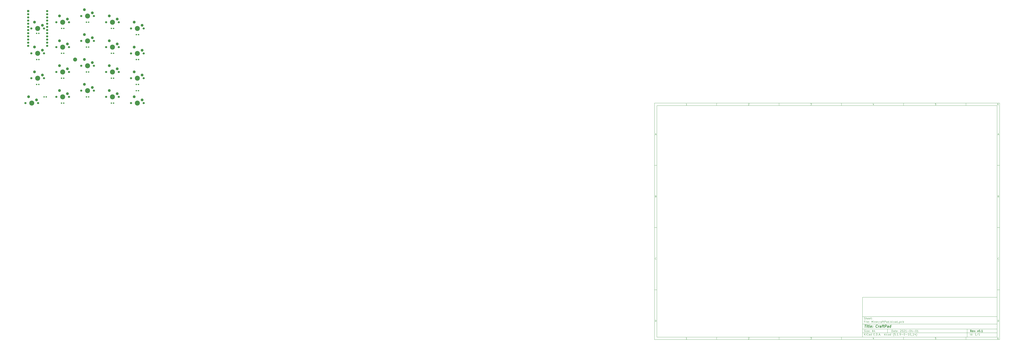
<source format=gbr>
%TF.GenerationSoftware,KiCad,Pcbnew,(5.1.9-0-10_14)*%
%TF.CreationDate,2021-04-02T00:26:10+08:00*%
%TF.ProjectId,MinecraftPad,4d696e65-6372-4616-9674-5061642e6b69,v0.1*%
%TF.SameCoordinates,Original*%
%TF.FileFunction,Soldermask,Top*%
%TF.FilePolarity,Negative*%
%FSLAX46Y46*%
G04 Gerber Fmt 4.6, Leading zero omitted, Abs format (unit mm)*
G04 Created by KiCad (PCBNEW (5.1.9-0-10_14)) date 2021-04-02 00:26:10*
%MOMM*%
%LPD*%
G01*
G04 APERTURE LIST*
%ADD10C,0.100000*%
%ADD11C,0.150000*%
%ADD12C,0.300000*%
%ADD13C,0.400000*%
%ADD14C,1.700000*%
%ADD15C,4.000000*%
%ADD16C,2.200000*%
%ADD17C,3.200000*%
%ADD18C,1.752600*%
%ADD19R,1.752600X1.752600*%
G04 APERTURE END LIST*
D10*
D11*
X177002200Y-166007200D02*
X177002200Y-198007200D01*
X285002200Y-198007200D01*
X285002200Y-166007200D01*
X177002200Y-166007200D01*
D10*
D11*
X10000000Y-10000000D02*
X10000000Y-200007200D01*
X287002200Y-200007200D01*
X287002200Y-10000000D01*
X10000000Y-10000000D01*
D10*
D11*
X12000000Y-12000000D02*
X12000000Y-198007200D01*
X285002200Y-198007200D01*
X285002200Y-12000000D01*
X12000000Y-12000000D01*
D10*
D11*
X60000000Y-12000000D02*
X60000000Y-10000000D01*
D10*
D11*
X110000000Y-12000000D02*
X110000000Y-10000000D01*
D10*
D11*
X160000000Y-12000000D02*
X160000000Y-10000000D01*
D10*
D11*
X210000000Y-12000000D02*
X210000000Y-10000000D01*
D10*
D11*
X260000000Y-12000000D02*
X260000000Y-10000000D01*
D10*
D11*
X36065476Y-11588095D02*
X35322619Y-11588095D01*
X35694047Y-11588095D02*
X35694047Y-10288095D01*
X35570238Y-10473809D01*
X35446428Y-10597619D01*
X35322619Y-10659523D01*
D10*
D11*
X85322619Y-10411904D02*
X85384523Y-10350000D01*
X85508333Y-10288095D01*
X85817857Y-10288095D01*
X85941666Y-10350000D01*
X86003571Y-10411904D01*
X86065476Y-10535714D01*
X86065476Y-10659523D01*
X86003571Y-10845238D01*
X85260714Y-11588095D01*
X86065476Y-11588095D01*
D10*
D11*
X135260714Y-10288095D02*
X136065476Y-10288095D01*
X135632142Y-10783333D01*
X135817857Y-10783333D01*
X135941666Y-10845238D01*
X136003571Y-10907142D01*
X136065476Y-11030952D01*
X136065476Y-11340476D01*
X136003571Y-11464285D01*
X135941666Y-11526190D01*
X135817857Y-11588095D01*
X135446428Y-11588095D01*
X135322619Y-11526190D01*
X135260714Y-11464285D01*
D10*
D11*
X185941666Y-10721428D02*
X185941666Y-11588095D01*
X185632142Y-10226190D02*
X185322619Y-11154761D01*
X186127380Y-11154761D01*
D10*
D11*
X236003571Y-10288095D02*
X235384523Y-10288095D01*
X235322619Y-10907142D01*
X235384523Y-10845238D01*
X235508333Y-10783333D01*
X235817857Y-10783333D01*
X235941666Y-10845238D01*
X236003571Y-10907142D01*
X236065476Y-11030952D01*
X236065476Y-11340476D01*
X236003571Y-11464285D01*
X235941666Y-11526190D01*
X235817857Y-11588095D01*
X235508333Y-11588095D01*
X235384523Y-11526190D01*
X235322619Y-11464285D01*
D10*
D11*
X285941666Y-10288095D02*
X285694047Y-10288095D01*
X285570238Y-10350000D01*
X285508333Y-10411904D01*
X285384523Y-10597619D01*
X285322619Y-10845238D01*
X285322619Y-11340476D01*
X285384523Y-11464285D01*
X285446428Y-11526190D01*
X285570238Y-11588095D01*
X285817857Y-11588095D01*
X285941666Y-11526190D01*
X286003571Y-11464285D01*
X286065476Y-11340476D01*
X286065476Y-11030952D01*
X286003571Y-10907142D01*
X285941666Y-10845238D01*
X285817857Y-10783333D01*
X285570238Y-10783333D01*
X285446428Y-10845238D01*
X285384523Y-10907142D01*
X285322619Y-11030952D01*
D10*
D11*
X60000000Y-198007200D02*
X60000000Y-200007200D01*
D10*
D11*
X110000000Y-198007200D02*
X110000000Y-200007200D01*
D10*
D11*
X160000000Y-198007200D02*
X160000000Y-200007200D01*
D10*
D11*
X210000000Y-198007200D02*
X210000000Y-200007200D01*
D10*
D11*
X260000000Y-198007200D02*
X260000000Y-200007200D01*
D10*
D11*
X36065476Y-199595295D02*
X35322619Y-199595295D01*
X35694047Y-199595295D02*
X35694047Y-198295295D01*
X35570238Y-198481009D01*
X35446428Y-198604819D01*
X35322619Y-198666723D01*
D10*
D11*
X85322619Y-198419104D02*
X85384523Y-198357200D01*
X85508333Y-198295295D01*
X85817857Y-198295295D01*
X85941666Y-198357200D01*
X86003571Y-198419104D01*
X86065476Y-198542914D01*
X86065476Y-198666723D01*
X86003571Y-198852438D01*
X85260714Y-199595295D01*
X86065476Y-199595295D01*
D10*
D11*
X135260714Y-198295295D02*
X136065476Y-198295295D01*
X135632142Y-198790533D01*
X135817857Y-198790533D01*
X135941666Y-198852438D01*
X136003571Y-198914342D01*
X136065476Y-199038152D01*
X136065476Y-199347676D01*
X136003571Y-199471485D01*
X135941666Y-199533390D01*
X135817857Y-199595295D01*
X135446428Y-199595295D01*
X135322619Y-199533390D01*
X135260714Y-199471485D01*
D10*
D11*
X185941666Y-198728628D02*
X185941666Y-199595295D01*
X185632142Y-198233390D02*
X185322619Y-199161961D01*
X186127380Y-199161961D01*
D10*
D11*
X236003571Y-198295295D02*
X235384523Y-198295295D01*
X235322619Y-198914342D01*
X235384523Y-198852438D01*
X235508333Y-198790533D01*
X235817857Y-198790533D01*
X235941666Y-198852438D01*
X236003571Y-198914342D01*
X236065476Y-199038152D01*
X236065476Y-199347676D01*
X236003571Y-199471485D01*
X235941666Y-199533390D01*
X235817857Y-199595295D01*
X235508333Y-199595295D01*
X235384523Y-199533390D01*
X235322619Y-199471485D01*
D10*
D11*
X285941666Y-198295295D02*
X285694047Y-198295295D01*
X285570238Y-198357200D01*
X285508333Y-198419104D01*
X285384523Y-198604819D01*
X285322619Y-198852438D01*
X285322619Y-199347676D01*
X285384523Y-199471485D01*
X285446428Y-199533390D01*
X285570238Y-199595295D01*
X285817857Y-199595295D01*
X285941666Y-199533390D01*
X286003571Y-199471485D01*
X286065476Y-199347676D01*
X286065476Y-199038152D01*
X286003571Y-198914342D01*
X285941666Y-198852438D01*
X285817857Y-198790533D01*
X285570238Y-198790533D01*
X285446428Y-198852438D01*
X285384523Y-198914342D01*
X285322619Y-199038152D01*
D10*
D11*
X10000000Y-60000000D02*
X12000000Y-60000000D01*
D10*
D11*
X10000000Y-110000000D02*
X12000000Y-110000000D01*
D10*
D11*
X10000000Y-160000000D02*
X12000000Y-160000000D01*
D10*
D11*
X10690476Y-35216666D02*
X11309523Y-35216666D01*
X10566666Y-35588095D02*
X11000000Y-34288095D01*
X11433333Y-35588095D01*
D10*
D11*
X11092857Y-84907142D02*
X11278571Y-84969047D01*
X11340476Y-85030952D01*
X11402380Y-85154761D01*
X11402380Y-85340476D01*
X11340476Y-85464285D01*
X11278571Y-85526190D01*
X11154761Y-85588095D01*
X10659523Y-85588095D01*
X10659523Y-84288095D01*
X11092857Y-84288095D01*
X11216666Y-84350000D01*
X11278571Y-84411904D01*
X11340476Y-84535714D01*
X11340476Y-84659523D01*
X11278571Y-84783333D01*
X11216666Y-84845238D01*
X11092857Y-84907142D01*
X10659523Y-84907142D01*
D10*
D11*
X11402380Y-135464285D02*
X11340476Y-135526190D01*
X11154761Y-135588095D01*
X11030952Y-135588095D01*
X10845238Y-135526190D01*
X10721428Y-135402380D01*
X10659523Y-135278571D01*
X10597619Y-135030952D01*
X10597619Y-134845238D01*
X10659523Y-134597619D01*
X10721428Y-134473809D01*
X10845238Y-134350000D01*
X11030952Y-134288095D01*
X11154761Y-134288095D01*
X11340476Y-134350000D01*
X11402380Y-134411904D01*
D10*
D11*
X10659523Y-185588095D02*
X10659523Y-184288095D01*
X10969047Y-184288095D01*
X11154761Y-184350000D01*
X11278571Y-184473809D01*
X11340476Y-184597619D01*
X11402380Y-184845238D01*
X11402380Y-185030952D01*
X11340476Y-185278571D01*
X11278571Y-185402380D01*
X11154761Y-185526190D01*
X10969047Y-185588095D01*
X10659523Y-185588095D01*
D10*
D11*
X287002200Y-60000000D02*
X285002200Y-60000000D01*
D10*
D11*
X287002200Y-110000000D02*
X285002200Y-110000000D01*
D10*
D11*
X287002200Y-160000000D02*
X285002200Y-160000000D01*
D10*
D11*
X285692676Y-35216666D02*
X286311723Y-35216666D01*
X285568866Y-35588095D02*
X286002200Y-34288095D01*
X286435533Y-35588095D01*
D10*
D11*
X286095057Y-84907142D02*
X286280771Y-84969047D01*
X286342676Y-85030952D01*
X286404580Y-85154761D01*
X286404580Y-85340476D01*
X286342676Y-85464285D01*
X286280771Y-85526190D01*
X286156961Y-85588095D01*
X285661723Y-85588095D01*
X285661723Y-84288095D01*
X286095057Y-84288095D01*
X286218866Y-84350000D01*
X286280771Y-84411904D01*
X286342676Y-84535714D01*
X286342676Y-84659523D01*
X286280771Y-84783333D01*
X286218866Y-84845238D01*
X286095057Y-84907142D01*
X285661723Y-84907142D01*
D10*
D11*
X286404580Y-135464285D02*
X286342676Y-135526190D01*
X286156961Y-135588095D01*
X286033152Y-135588095D01*
X285847438Y-135526190D01*
X285723628Y-135402380D01*
X285661723Y-135278571D01*
X285599819Y-135030952D01*
X285599819Y-134845238D01*
X285661723Y-134597619D01*
X285723628Y-134473809D01*
X285847438Y-134350000D01*
X286033152Y-134288095D01*
X286156961Y-134288095D01*
X286342676Y-134350000D01*
X286404580Y-134411904D01*
D10*
D11*
X285661723Y-185588095D02*
X285661723Y-184288095D01*
X285971247Y-184288095D01*
X286156961Y-184350000D01*
X286280771Y-184473809D01*
X286342676Y-184597619D01*
X286404580Y-184845238D01*
X286404580Y-185030952D01*
X286342676Y-185278571D01*
X286280771Y-185402380D01*
X286156961Y-185526190D01*
X285971247Y-185588095D01*
X285661723Y-185588095D01*
D10*
D11*
X200434342Y-193785771D02*
X200434342Y-192285771D01*
X200791485Y-192285771D01*
X201005771Y-192357200D01*
X201148628Y-192500057D01*
X201220057Y-192642914D01*
X201291485Y-192928628D01*
X201291485Y-193142914D01*
X201220057Y-193428628D01*
X201148628Y-193571485D01*
X201005771Y-193714342D01*
X200791485Y-193785771D01*
X200434342Y-193785771D01*
X202577200Y-193785771D02*
X202577200Y-193000057D01*
X202505771Y-192857200D01*
X202362914Y-192785771D01*
X202077200Y-192785771D01*
X201934342Y-192857200D01*
X202577200Y-193714342D02*
X202434342Y-193785771D01*
X202077200Y-193785771D01*
X201934342Y-193714342D01*
X201862914Y-193571485D01*
X201862914Y-193428628D01*
X201934342Y-193285771D01*
X202077200Y-193214342D01*
X202434342Y-193214342D01*
X202577200Y-193142914D01*
X203077200Y-192785771D02*
X203648628Y-192785771D01*
X203291485Y-192285771D02*
X203291485Y-193571485D01*
X203362914Y-193714342D01*
X203505771Y-193785771D01*
X203648628Y-193785771D01*
X204720057Y-193714342D02*
X204577200Y-193785771D01*
X204291485Y-193785771D01*
X204148628Y-193714342D01*
X204077200Y-193571485D01*
X204077200Y-193000057D01*
X204148628Y-192857200D01*
X204291485Y-192785771D01*
X204577200Y-192785771D01*
X204720057Y-192857200D01*
X204791485Y-193000057D01*
X204791485Y-193142914D01*
X204077200Y-193285771D01*
X205434342Y-193642914D02*
X205505771Y-193714342D01*
X205434342Y-193785771D01*
X205362914Y-193714342D01*
X205434342Y-193642914D01*
X205434342Y-193785771D01*
X205434342Y-192857200D02*
X205505771Y-192928628D01*
X205434342Y-193000057D01*
X205362914Y-192928628D01*
X205434342Y-192857200D01*
X205434342Y-193000057D01*
X207220057Y-192428628D02*
X207291485Y-192357200D01*
X207434342Y-192285771D01*
X207791485Y-192285771D01*
X207934342Y-192357200D01*
X208005771Y-192428628D01*
X208077200Y-192571485D01*
X208077200Y-192714342D01*
X208005771Y-192928628D01*
X207148628Y-193785771D01*
X208077200Y-193785771D01*
X209005771Y-192285771D02*
X209148628Y-192285771D01*
X209291485Y-192357200D01*
X209362914Y-192428628D01*
X209434342Y-192571485D01*
X209505771Y-192857200D01*
X209505771Y-193214342D01*
X209434342Y-193500057D01*
X209362914Y-193642914D01*
X209291485Y-193714342D01*
X209148628Y-193785771D01*
X209005771Y-193785771D01*
X208862914Y-193714342D01*
X208791485Y-193642914D01*
X208720057Y-193500057D01*
X208648628Y-193214342D01*
X208648628Y-192857200D01*
X208720057Y-192571485D01*
X208791485Y-192428628D01*
X208862914Y-192357200D01*
X209005771Y-192285771D01*
X210077200Y-192428628D02*
X210148628Y-192357200D01*
X210291485Y-192285771D01*
X210648628Y-192285771D01*
X210791485Y-192357200D01*
X210862914Y-192428628D01*
X210934342Y-192571485D01*
X210934342Y-192714342D01*
X210862914Y-192928628D01*
X210005771Y-193785771D01*
X210934342Y-193785771D01*
X212362914Y-193785771D02*
X211505771Y-193785771D01*
X211934342Y-193785771D02*
X211934342Y-192285771D01*
X211791485Y-192500057D01*
X211648628Y-192642914D01*
X211505771Y-192714342D01*
X213005771Y-193214342D02*
X214148628Y-193214342D01*
X215148628Y-192285771D02*
X215291485Y-192285771D01*
X215434342Y-192357200D01*
X215505771Y-192428628D01*
X215577200Y-192571485D01*
X215648628Y-192857200D01*
X215648628Y-193214342D01*
X215577200Y-193500057D01*
X215505771Y-193642914D01*
X215434342Y-193714342D01*
X215291485Y-193785771D01*
X215148628Y-193785771D01*
X215005771Y-193714342D01*
X214934342Y-193642914D01*
X214862914Y-193500057D01*
X214791485Y-193214342D01*
X214791485Y-192857200D01*
X214862914Y-192571485D01*
X214934342Y-192428628D01*
X215005771Y-192357200D01*
X215148628Y-192285771D01*
X216934342Y-192785771D02*
X216934342Y-193785771D01*
X216577200Y-192214342D02*
X216220057Y-193285771D01*
X217148628Y-193285771D01*
X217720057Y-193214342D02*
X218862914Y-193214342D01*
X219862914Y-192285771D02*
X220005771Y-192285771D01*
X220148628Y-192357200D01*
X220220057Y-192428628D01*
X220291485Y-192571485D01*
X220362914Y-192857200D01*
X220362914Y-193214342D01*
X220291485Y-193500057D01*
X220220057Y-193642914D01*
X220148628Y-193714342D01*
X220005771Y-193785771D01*
X219862914Y-193785771D01*
X219720057Y-193714342D01*
X219648628Y-193642914D01*
X219577200Y-193500057D01*
X219505771Y-193214342D01*
X219505771Y-192857200D01*
X219577200Y-192571485D01*
X219648628Y-192428628D01*
X219720057Y-192357200D01*
X219862914Y-192285771D01*
X221791485Y-193785771D02*
X220934342Y-193785771D01*
X221362914Y-193785771D02*
X221362914Y-192285771D01*
X221220057Y-192500057D01*
X221077200Y-192642914D01*
X220934342Y-192714342D01*
D10*
D11*
X177002200Y-194507200D02*
X285002200Y-194507200D01*
D10*
D11*
X178434342Y-196585771D02*
X178434342Y-195085771D01*
X179291485Y-196585771D02*
X178648628Y-195728628D01*
X179291485Y-195085771D02*
X178434342Y-195942914D01*
X179934342Y-196585771D02*
X179934342Y-195585771D01*
X179934342Y-195085771D02*
X179862914Y-195157200D01*
X179934342Y-195228628D01*
X180005771Y-195157200D01*
X179934342Y-195085771D01*
X179934342Y-195228628D01*
X181505771Y-196442914D02*
X181434342Y-196514342D01*
X181220057Y-196585771D01*
X181077200Y-196585771D01*
X180862914Y-196514342D01*
X180720057Y-196371485D01*
X180648628Y-196228628D01*
X180577200Y-195942914D01*
X180577200Y-195728628D01*
X180648628Y-195442914D01*
X180720057Y-195300057D01*
X180862914Y-195157200D01*
X181077200Y-195085771D01*
X181220057Y-195085771D01*
X181434342Y-195157200D01*
X181505771Y-195228628D01*
X182791485Y-196585771D02*
X182791485Y-195800057D01*
X182720057Y-195657200D01*
X182577200Y-195585771D01*
X182291485Y-195585771D01*
X182148628Y-195657200D01*
X182791485Y-196514342D02*
X182648628Y-196585771D01*
X182291485Y-196585771D01*
X182148628Y-196514342D01*
X182077200Y-196371485D01*
X182077200Y-196228628D01*
X182148628Y-196085771D01*
X182291485Y-196014342D01*
X182648628Y-196014342D01*
X182791485Y-195942914D01*
X184148628Y-196585771D02*
X184148628Y-195085771D01*
X184148628Y-196514342D02*
X184005771Y-196585771D01*
X183720057Y-196585771D01*
X183577200Y-196514342D01*
X183505771Y-196442914D01*
X183434342Y-196300057D01*
X183434342Y-195871485D01*
X183505771Y-195728628D01*
X183577200Y-195657200D01*
X183720057Y-195585771D01*
X184005771Y-195585771D01*
X184148628Y-195657200D01*
X186005771Y-195800057D02*
X186505771Y-195800057D01*
X186720057Y-196585771D02*
X186005771Y-196585771D01*
X186005771Y-195085771D01*
X186720057Y-195085771D01*
X187362914Y-196442914D02*
X187434342Y-196514342D01*
X187362914Y-196585771D01*
X187291485Y-196514342D01*
X187362914Y-196442914D01*
X187362914Y-196585771D01*
X188077200Y-196585771D02*
X188077200Y-195085771D01*
X188434342Y-195085771D01*
X188648628Y-195157200D01*
X188791485Y-195300057D01*
X188862914Y-195442914D01*
X188934342Y-195728628D01*
X188934342Y-195942914D01*
X188862914Y-196228628D01*
X188791485Y-196371485D01*
X188648628Y-196514342D01*
X188434342Y-196585771D01*
X188077200Y-196585771D01*
X189577200Y-196442914D02*
X189648628Y-196514342D01*
X189577200Y-196585771D01*
X189505771Y-196514342D01*
X189577200Y-196442914D01*
X189577200Y-196585771D01*
X190220057Y-196157200D02*
X190934342Y-196157200D01*
X190077200Y-196585771D02*
X190577200Y-195085771D01*
X191077200Y-196585771D01*
X191577200Y-196442914D02*
X191648628Y-196514342D01*
X191577200Y-196585771D01*
X191505771Y-196514342D01*
X191577200Y-196442914D01*
X191577200Y-196585771D01*
X194577200Y-196585771D02*
X194577200Y-195085771D01*
X194720057Y-196014342D02*
X195148628Y-196585771D01*
X195148628Y-195585771D02*
X194577200Y-196157200D01*
X195791485Y-196585771D02*
X195791485Y-195585771D01*
X195791485Y-195085771D02*
X195720057Y-195157200D01*
X195791485Y-195228628D01*
X195862914Y-195157200D01*
X195791485Y-195085771D01*
X195791485Y-195228628D01*
X197148628Y-196514342D02*
X197005771Y-196585771D01*
X196720057Y-196585771D01*
X196577200Y-196514342D01*
X196505771Y-196442914D01*
X196434342Y-196300057D01*
X196434342Y-195871485D01*
X196505771Y-195728628D01*
X196577200Y-195657200D01*
X196720057Y-195585771D01*
X197005771Y-195585771D01*
X197148628Y-195657200D01*
X198434342Y-196585771D02*
X198434342Y-195800057D01*
X198362914Y-195657200D01*
X198220057Y-195585771D01*
X197934342Y-195585771D01*
X197791485Y-195657200D01*
X198434342Y-196514342D02*
X198291485Y-196585771D01*
X197934342Y-196585771D01*
X197791485Y-196514342D01*
X197720057Y-196371485D01*
X197720057Y-196228628D01*
X197791485Y-196085771D01*
X197934342Y-196014342D01*
X198291485Y-196014342D01*
X198434342Y-195942914D01*
X199791485Y-196585771D02*
X199791485Y-195085771D01*
X199791485Y-196514342D02*
X199648628Y-196585771D01*
X199362914Y-196585771D01*
X199220057Y-196514342D01*
X199148628Y-196442914D01*
X199077200Y-196300057D01*
X199077200Y-195871485D01*
X199148628Y-195728628D01*
X199220057Y-195657200D01*
X199362914Y-195585771D01*
X199648628Y-195585771D01*
X199791485Y-195657200D01*
X202077200Y-197157200D02*
X202005771Y-197085771D01*
X201862914Y-196871485D01*
X201791485Y-196728628D01*
X201720057Y-196514342D01*
X201648628Y-196157200D01*
X201648628Y-195871485D01*
X201720057Y-195514342D01*
X201791485Y-195300057D01*
X201862914Y-195157200D01*
X202005771Y-194942914D01*
X202077200Y-194871485D01*
X203362914Y-195085771D02*
X202648628Y-195085771D01*
X202577200Y-195800057D01*
X202648628Y-195728628D01*
X202791485Y-195657200D01*
X203148628Y-195657200D01*
X203291485Y-195728628D01*
X203362914Y-195800057D01*
X203434342Y-195942914D01*
X203434342Y-196300057D01*
X203362914Y-196442914D01*
X203291485Y-196514342D01*
X203148628Y-196585771D01*
X202791485Y-196585771D01*
X202648628Y-196514342D01*
X202577200Y-196442914D01*
X204077200Y-196442914D02*
X204148628Y-196514342D01*
X204077200Y-196585771D01*
X204005771Y-196514342D01*
X204077200Y-196442914D01*
X204077200Y-196585771D01*
X205577200Y-196585771D02*
X204720057Y-196585771D01*
X205148628Y-196585771D02*
X205148628Y-195085771D01*
X205005771Y-195300057D01*
X204862914Y-195442914D01*
X204720057Y-195514342D01*
X206220057Y-196442914D02*
X206291485Y-196514342D01*
X206220057Y-196585771D01*
X206148628Y-196514342D01*
X206220057Y-196442914D01*
X206220057Y-196585771D01*
X207005771Y-196585771D02*
X207291485Y-196585771D01*
X207434342Y-196514342D01*
X207505771Y-196442914D01*
X207648628Y-196228628D01*
X207720057Y-195942914D01*
X207720057Y-195371485D01*
X207648628Y-195228628D01*
X207577200Y-195157200D01*
X207434342Y-195085771D01*
X207148628Y-195085771D01*
X207005771Y-195157200D01*
X206934342Y-195228628D01*
X206862914Y-195371485D01*
X206862914Y-195728628D01*
X206934342Y-195871485D01*
X207005771Y-195942914D01*
X207148628Y-196014342D01*
X207434342Y-196014342D01*
X207577200Y-195942914D01*
X207648628Y-195871485D01*
X207720057Y-195728628D01*
X208362914Y-196014342D02*
X209505771Y-196014342D01*
X210505771Y-195085771D02*
X210648628Y-195085771D01*
X210791485Y-195157200D01*
X210862914Y-195228628D01*
X210934342Y-195371485D01*
X211005771Y-195657200D01*
X211005771Y-196014342D01*
X210934342Y-196300057D01*
X210862914Y-196442914D01*
X210791485Y-196514342D01*
X210648628Y-196585771D01*
X210505771Y-196585771D01*
X210362914Y-196514342D01*
X210291485Y-196442914D01*
X210220057Y-196300057D01*
X210148628Y-196014342D01*
X210148628Y-195657200D01*
X210220057Y-195371485D01*
X210291485Y-195228628D01*
X210362914Y-195157200D01*
X210505771Y-195085771D01*
X211648628Y-196014342D02*
X212791485Y-196014342D01*
X214291485Y-196585771D02*
X213434342Y-196585771D01*
X213862914Y-196585771D02*
X213862914Y-195085771D01*
X213720057Y-195300057D01*
X213577200Y-195442914D01*
X213434342Y-195514342D01*
X215220057Y-195085771D02*
X215362914Y-195085771D01*
X215505771Y-195157200D01*
X215577200Y-195228628D01*
X215648628Y-195371485D01*
X215720057Y-195657200D01*
X215720057Y-196014342D01*
X215648628Y-196300057D01*
X215577200Y-196442914D01*
X215505771Y-196514342D01*
X215362914Y-196585771D01*
X215220057Y-196585771D01*
X215077200Y-196514342D01*
X215005771Y-196442914D01*
X214934342Y-196300057D01*
X214862914Y-196014342D01*
X214862914Y-195657200D01*
X214934342Y-195371485D01*
X215005771Y-195228628D01*
X215077200Y-195157200D01*
X215220057Y-195085771D01*
X216005771Y-196728628D02*
X217148628Y-196728628D01*
X218291485Y-196585771D02*
X217434342Y-196585771D01*
X217862914Y-196585771D02*
X217862914Y-195085771D01*
X217720057Y-195300057D01*
X217577200Y-195442914D01*
X217434342Y-195514342D01*
X219577200Y-195585771D02*
X219577200Y-196585771D01*
X219220057Y-195014342D02*
X218862914Y-196085771D01*
X219791485Y-196085771D01*
X220220057Y-197157200D02*
X220291485Y-197085771D01*
X220434342Y-196871485D01*
X220505771Y-196728628D01*
X220577200Y-196514342D01*
X220648628Y-196157200D01*
X220648628Y-195871485D01*
X220577200Y-195514342D01*
X220505771Y-195300057D01*
X220434342Y-195157200D01*
X220291485Y-194942914D01*
X220220057Y-194871485D01*
D10*
D11*
X177002200Y-191507200D02*
X285002200Y-191507200D01*
D10*
D12*
X264411485Y-193785771D02*
X263911485Y-193071485D01*
X263554342Y-193785771D02*
X263554342Y-192285771D01*
X264125771Y-192285771D01*
X264268628Y-192357200D01*
X264340057Y-192428628D01*
X264411485Y-192571485D01*
X264411485Y-192785771D01*
X264340057Y-192928628D01*
X264268628Y-193000057D01*
X264125771Y-193071485D01*
X263554342Y-193071485D01*
X265625771Y-193714342D02*
X265482914Y-193785771D01*
X265197200Y-193785771D01*
X265054342Y-193714342D01*
X264982914Y-193571485D01*
X264982914Y-193000057D01*
X265054342Y-192857200D01*
X265197200Y-192785771D01*
X265482914Y-192785771D01*
X265625771Y-192857200D01*
X265697200Y-193000057D01*
X265697200Y-193142914D01*
X264982914Y-193285771D01*
X266197200Y-192785771D02*
X266554342Y-193785771D01*
X266911485Y-192785771D01*
X267482914Y-193642914D02*
X267554342Y-193714342D01*
X267482914Y-193785771D01*
X267411485Y-193714342D01*
X267482914Y-193642914D01*
X267482914Y-193785771D01*
X267482914Y-192857200D02*
X267554342Y-192928628D01*
X267482914Y-193000057D01*
X267411485Y-192928628D01*
X267482914Y-192857200D01*
X267482914Y-193000057D01*
X269197200Y-192785771D02*
X269554342Y-193785771D01*
X269911485Y-192785771D01*
X270768628Y-192285771D02*
X270911485Y-192285771D01*
X271054342Y-192357200D01*
X271125771Y-192428628D01*
X271197200Y-192571485D01*
X271268628Y-192857200D01*
X271268628Y-193214342D01*
X271197200Y-193500057D01*
X271125771Y-193642914D01*
X271054342Y-193714342D01*
X270911485Y-193785771D01*
X270768628Y-193785771D01*
X270625771Y-193714342D01*
X270554342Y-193642914D01*
X270482914Y-193500057D01*
X270411485Y-193214342D01*
X270411485Y-192857200D01*
X270482914Y-192571485D01*
X270554342Y-192428628D01*
X270625771Y-192357200D01*
X270768628Y-192285771D01*
X271911485Y-193642914D02*
X271982914Y-193714342D01*
X271911485Y-193785771D01*
X271840057Y-193714342D01*
X271911485Y-193642914D01*
X271911485Y-193785771D01*
X273411485Y-193785771D02*
X272554342Y-193785771D01*
X272982914Y-193785771D02*
X272982914Y-192285771D01*
X272840057Y-192500057D01*
X272697200Y-192642914D01*
X272554342Y-192714342D01*
D10*
D11*
X178362914Y-193714342D02*
X178577200Y-193785771D01*
X178934342Y-193785771D01*
X179077200Y-193714342D01*
X179148628Y-193642914D01*
X179220057Y-193500057D01*
X179220057Y-193357200D01*
X179148628Y-193214342D01*
X179077200Y-193142914D01*
X178934342Y-193071485D01*
X178648628Y-193000057D01*
X178505771Y-192928628D01*
X178434342Y-192857200D01*
X178362914Y-192714342D01*
X178362914Y-192571485D01*
X178434342Y-192428628D01*
X178505771Y-192357200D01*
X178648628Y-192285771D01*
X179005771Y-192285771D01*
X179220057Y-192357200D01*
X179862914Y-193785771D02*
X179862914Y-192785771D01*
X179862914Y-192285771D02*
X179791485Y-192357200D01*
X179862914Y-192428628D01*
X179934342Y-192357200D01*
X179862914Y-192285771D01*
X179862914Y-192428628D01*
X180434342Y-192785771D02*
X181220057Y-192785771D01*
X180434342Y-193785771D01*
X181220057Y-193785771D01*
X182362914Y-193714342D02*
X182220057Y-193785771D01*
X181934342Y-193785771D01*
X181791485Y-193714342D01*
X181720057Y-193571485D01*
X181720057Y-193000057D01*
X181791485Y-192857200D01*
X181934342Y-192785771D01*
X182220057Y-192785771D01*
X182362914Y-192857200D01*
X182434342Y-193000057D01*
X182434342Y-193142914D01*
X181720057Y-193285771D01*
X183077200Y-193642914D02*
X183148628Y-193714342D01*
X183077200Y-193785771D01*
X183005771Y-193714342D01*
X183077200Y-193642914D01*
X183077200Y-193785771D01*
X183077200Y-192857200D02*
X183148628Y-192928628D01*
X183077200Y-193000057D01*
X183005771Y-192928628D01*
X183077200Y-192857200D01*
X183077200Y-193000057D01*
X184862914Y-193357200D02*
X185577200Y-193357200D01*
X184720057Y-193785771D02*
X185220057Y-192285771D01*
X185720057Y-193785771D01*
X186862914Y-192785771D02*
X186862914Y-193785771D01*
X186505771Y-192214342D02*
X186148628Y-193285771D01*
X187077200Y-193285771D01*
D10*
D11*
X263434342Y-196585771D02*
X263434342Y-195085771D01*
X264791485Y-196585771D02*
X264791485Y-195085771D01*
X264791485Y-196514342D02*
X264648628Y-196585771D01*
X264362914Y-196585771D01*
X264220057Y-196514342D01*
X264148628Y-196442914D01*
X264077200Y-196300057D01*
X264077200Y-195871485D01*
X264148628Y-195728628D01*
X264220057Y-195657200D01*
X264362914Y-195585771D01*
X264648628Y-195585771D01*
X264791485Y-195657200D01*
X265505771Y-196442914D02*
X265577200Y-196514342D01*
X265505771Y-196585771D01*
X265434342Y-196514342D01*
X265505771Y-196442914D01*
X265505771Y-196585771D01*
X265505771Y-195657200D02*
X265577200Y-195728628D01*
X265505771Y-195800057D01*
X265434342Y-195728628D01*
X265505771Y-195657200D01*
X265505771Y-195800057D01*
X268148628Y-196585771D02*
X267291485Y-196585771D01*
X267720057Y-196585771D02*
X267720057Y-195085771D01*
X267577200Y-195300057D01*
X267434342Y-195442914D01*
X267291485Y-195514342D01*
X269862914Y-195014342D02*
X268577200Y-196942914D01*
X271148628Y-196585771D02*
X270291485Y-196585771D01*
X270720057Y-196585771D02*
X270720057Y-195085771D01*
X270577200Y-195300057D01*
X270434342Y-195442914D01*
X270291485Y-195514342D01*
D10*
D11*
X177002200Y-187507200D02*
X285002200Y-187507200D01*
D10*
D13*
X178714580Y-188211961D02*
X179857438Y-188211961D01*
X179036009Y-190211961D02*
X179286009Y-188211961D01*
X180274104Y-190211961D02*
X180440771Y-188878628D01*
X180524104Y-188211961D02*
X180416961Y-188307200D01*
X180500295Y-188402438D01*
X180607438Y-188307200D01*
X180524104Y-188211961D01*
X180500295Y-188402438D01*
X181107438Y-188878628D02*
X181869342Y-188878628D01*
X181476485Y-188211961D02*
X181262200Y-189926247D01*
X181333628Y-190116723D01*
X181512200Y-190211961D01*
X181702676Y-190211961D01*
X182655057Y-190211961D02*
X182476485Y-190116723D01*
X182405057Y-189926247D01*
X182619342Y-188211961D01*
X184190771Y-190116723D02*
X183988390Y-190211961D01*
X183607438Y-190211961D01*
X183428866Y-190116723D01*
X183357438Y-189926247D01*
X183452676Y-189164342D01*
X183571723Y-188973866D01*
X183774104Y-188878628D01*
X184155057Y-188878628D01*
X184333628Y-188973866D01*
X184405057Y-189164342D01*
X184381247Y-189354819D01*
X183405057Y-189545295D01*
X185155057Y-190021485D02*
X185238390Y-190116723D01*
X185131247Y-190211961D01*
X185047914Y-190116723D01*
X185155057Y-190021485D01*
X185131247Y-190211961D01*
X185286009Y-188973866D02*
X185369342Y-189069104D01*
X185262200Y-189164342D01*
X185178866Y-189069104D01*
X185286009Y-188973866D01*
X185262200Y-189164342D01*
X188774104Y-190021485D02*
X188666961Y-190116723D01*
X188369342Y-190211961D01*
X188178866Y-190211961D01*
X187905057Y-190116723D01*
X187738390Y-189926247D01*
X187666961Y-189735771D01*
X187619342Y-189354819D01*
X187655057Y-189069104D01*
X187797914Y-188688152D01*
X187916961Y-188497676D01*
X188131247Y-188307200D01*
X188428866Y-188211961D01*
X188619342Y-188211961D01*
X188893152Y-188307200D01*
X188976485Y-188402438D01*
X189607438Y-190211961D02*
X189774104Y-188878628D01*
X189726485Y-189259580D02*
X189845533Y-189069104D01*
X189952676Y-188973866D01*
X190155057Y-188878628D01*
X190345533Y-188878628D01*
X191702676Y-190211961D02*
X191833628Y-189164342D01*
X191762200Y-188973866D01*
X191583628Y-188878628D01*
X191202676Y-188878628D01*
X191000295Y-188973866D01*
X191714580Y-190116723D02*
X191512200Y-190211961D01*
X191036009Y-190211961D01*
X190857438Y-190116723D01*
X190786009Y-189926247D01*
X190809819Y-189735771D01*
X190928866Y-189545295D01*
X191131247Y-189450057D01*
X191607438Y-189450057D01*
X191809819Y-189354819D01*
X192536009Y-188878628D02*
X193297914Y-188878628D01*
X192655057Y-190211961D02*
X192869342Y-188497676D01*
X192988390Y-188307200D01*
X193190771Y-188211961D01*
X193381247Y-188211961D01*
X193678866Y-188878628D02*
X194440771Y-188878628D01*
X194047914Y-188211961D02*
X193833628Y-189926247D01*
X193905057Y-190116723D01*
X194083628Y-190211961D01*
X194274104Y-190211961D01*
X194940771Y-190211961D02*
X195190771Y-188211961D01*
X195952676Y-188211961D01*
X196131247Y-188307200D01*
X196214580Y-188402438D01*
X196286009Y-188592914D01*
X196250295Y-188878628D01*
X196131247Y-189069104D01*
X196024104Y-189164342D01*
X195821723Y-189259580D01*
X195059819Y-189259580D01*
X197797914Y-190211961D02*
X197928866Y-189164342D01*
X197857438Y-188973866D01*
X197678866Y-188878628D01*
X197297914Y-188878628D01*
X197095533Y-188973866D01*
X197809819Y-190116723D02*
X197607438Y-190211961D01*
X197131247Y-190211961D01*
X196952676Y-190116723D01*
X196881247Y-189926247D01*
X196905057Y-189735771D01*
X197024104Y-189545295D01*
X197226485Y-189450057D01*
X197702676Y-189450057D01*
X197905057Y-189354819D01*
X199607438Y-190211961D02*
X199857438Y-188211961D01*
X199619342Y-190116723D02*
X199416961Y-190211961D01*
X199036009Y-190211961D01*
X198857438Y-190116723D01*
X198774104Y-190021485D01*
X198702676Y-189831009D01*
X198774104Y-189259580D01*
X198893152Y-189069104D01*
X199000295Y-188973866D01*
X199202676Y-188878628D01*
X199583628Y-188878628D01*
X199762200Y-188973866D01*
D10*
D11*
X178934342Y-185600057D02*
X178434342Y-185600057D01*
X178434342Y-186385771D02*
X178434342Y-184885771D01*
X179148628Y-184885771D01*
X179720057Y-186385771D02*
X179720057Y-185385771D01*
X179720057Y-184885771D02*
X179648628Y-184957200D01*
X179720057Y-185028628D01*
X179791485Y-184957200D01*
X179720057Y-184885771D01*
X179720057Y-185028628D01*
X180648628Y-186385771D02*
X180505771Y-186314342D01*
X180434342Y-186171485D01*
X180434342Y-184885771D01*
X181791485Y-186314342D02*
X181648628Y-186385771D01*
X181362914Y-186385771D01*
X181220057Y-186314342D01*
X181148628Y-186171485D01*
X181148628Y-185600057D01*
X181220057Y-185457200D01*
X181362914Y-185385771D01*
X181648628Y-185385771D01*
X181791485Y-185457200D01*
X181862914Y-185600057D01*
X181862914Y-185742914D01*
X181148628Y-185885771D01*
X182505771Y-186242914D02*
X182577200Y-186314342D01*
X182505771Y-186385771D01*
X182434342Y-186314342D01*
X182505771Y-186242914D01*
X182505771Y-186385771D01*
X182505771Y-185457200D02*
X182577200Y-185528628D01*
X182505771Y-185600057D01*
X182434342Y-185528628D01*
X182505771Y-185457200D01*
X182505771Y-185600057D01*
X184362914Y-186385771D02*
X184362914Y-184885771D01*
X184862914Y-185957200D01*
X185362914Y-184885771D01*
X185362914Y-186385771D01*
X186077200Y-186385771D02*
X186077200Y-185385771D01*
X186077200Y-184885771D02*
X186005771Y-184957200D01*
X186077200Y-185028628D01*
X186148628Y-184957200D01*
X186077200Y-184885771D01*
X186077200Y-185028628D01*
X186791485Y-185385771D02*
X186791485Y-186385771D01*
X186791485Y-185528628D02*
X186862914Y-185457200D01*
X187005771Y-185385771D01*
X187220057Y-185385771D01*
X187362914Y-185457200D01*
X187434342Y-185600057D01*
X187434342Y-186385771D01*
X188720057Y-186314342D02*
X188577200Y-186385771D01*
X188291485Y-186385771D01*
X188148628Y-186314342D01*
X188077200Y-186171485D01*
X188077200Y-185600057D01*
X188148628Y-185457200D01*
X188291485Y-185385771D01*
X188577200Y-185385771D01*
X188720057Y-185457200D01*
X188791485Y-185600057D01*
X188791485Y-185742914D01*
X188077200Y-185885771D01*
X190077200Y-186314342D02*
X189934342Y-186385771D01*
X189648628Y-186385771D01*
X189505771Y-186314342D01*
X189434342Y-186242914D01*
X189362914Y-186100057D01*
X189362914Y-185671485D01*
X189434342Y-185528628D01*
X189505771Y-185457200D01*
X189648628Y-185385771D01*
X189934342Y-185385771D01*
X190077200Y-185457200D01*
X190720057Y-186385771D02*
X190720057Y-185385771D01*
X190720057Y-185671485D02*
X190791485Y-185528628D01*
X190862914Y-185457200D01*
X191005771Y-185385771D01*
X191148628Y-185385771D01*
X192291485Y-186385771D02*
X192291485Y-185600057D01*
X192220057Y-185457200D01*
X192077200Y-185385771D01*
X191791485Y-185385771D01*
X191648628Y-185457200D01*
X192291485Y-186314342D02*
X192148628Y-186385771D01*
X191791485Y-186385771D01*
X191648628Y-186314342D01*
X191577200Y-186171485D01*
X191577200Y-186028628D01*
X191648628Y-185885771D01*
X191791485Y-185814342D01*
X192148628Y-185814342D01*
X192291485Y-185742914D01*
X192791485Y-185385771D02*
X193362914Y-185385771D01*
X193005771Y-186385771D02*
X193005771Y-185100057D01*
X193077200Y-184957200D01*
X193220057Y-184885771D01*
X193362914Y-184885771D01*
X193648628Y-185385771D02*
X194220057Y-185385771D01*
X193862914Y-184885771D02*
X193862914Y-186171485D01*
X193934342Y-186314342D01*
X194077200Y-186385771D01*
X194220057Y-186385771D01*
X194720057Y-186385771D02*
X194720057Y-184885771D01*
X195291485Y-184885771D01*
X195434342Y-184957200D01*
X195505771Y-185028628D01*
X195577200Y-185171485D01*
X195577200Y-185385771D01*
X195505771Y-185528628D01*
X195434342Y-185600057D01*
X195291485Y-185671485D01*
X194720057Y-185671485D01*
X196862914Y-186385771D02*
X196862914Y-185600057D01*
X196791485Y-185457200D01*
X196648628Y-185385771D01*
X196362914Y-185385771D01*
X196220057Y-185457200D01*
X196862914Y-186314342D02*
X196720057Y-186385771D01*
X196362914Y-186385771D01*
X196220057Y-186314342D01*
X196148628Y-186171485D01*
X196148628Y-186028628D01*
X196220057Y-185885771D01*
X196362914Y-185814342D01*
X196720057Y-185814342D01*
X196862914Y-185742914D01*
X198220057Y-186385771D02*
X198220057Y-184885771D01*
X198220057Y-186314342D02*
X198077200Y-186385771D01*
X197791485Y-186385771D01*
X197648628Y-186314342D01*
X197577200Y-186242914D01*
X197505771Y-186100057D01*
X197505771Y-185671485D01*
X197577200Y-185528628D01*
X197648628Y-185457200D01*
X197791485Y-185385771D01*
X198077200Y-185385771D01*
X198220057Y-185457200D01*
X198934342Y-186242914D02*
X199005771Y-186314342D01*
X198934342Y-186385771D01*
X198862914Y-186314342D01*
X198934342Y-186242914D01*
X198934342Y-186385771D01*
X199648628Y-186385771D02*
X199648628Y-184885771D01*
X199791485Y-185814342D02*
X200220057Y-186385771D01*
X200220057Y-185385771D02*
X199648628Y-185957200D01*
X200862914Y-186385771D02*
X200862914Y-185385771D01*
X200862914Y-184885771D02*
X200791485Y-184957200D01*
X200862914Y-185028628D01*
X200934342Y-184957200D01*
X200862914Y-184885771D01*
X200862914Y-185028628D01*
X202220057Y-186314342D02*
X202077200Y-186385771D01*
X201791485Y-186385771D01*
X201648628Y-186314342D01*
X201577200Y-186242914D01*
X201505771Y-186100057D01*
X201505771Y-185671485D01*
X201577200Y-185528628D01*
X201648628Y-185457200D01*
X201791485Y-185385771D01*
X202077200Y-185385771D01*
X202220057Y-185457200D01*
X203505771Y-186385771D02*
X203505771Y-185600057D01*
X203434342Y-185457200D01*
X203291485Y-185385771D01*
X203005771Y-185385771D01*
X202862914Y-185457200D01*
X203505771Y-186314342D02*
X203362914Y-186385771D01*
X203005771Y-186385771D01*
X202862914Y-186314342D01*
X202791485Y-186171485D01*
X202791485Y-186028628D01*
X202862914Y-185885771D01*
X203005771Y-185814342D01*
X203362914Y-185814342D01*
X203505771Y-185742914D01*
X204862914Y-186385771D02*
X204862914Y-184885771D01*
X204862914Y-186314342D02*
X204720057Y-186385771D01*
X204434342Y-186385771D01*
X204291485Y-186314342D01*
X204220057Y-186242914D01*
X204148628Y-186100057D01*
X204148628Y-185671485D01*
X204220057Y-185528628D01*
X204291485Y-185457200D01*
X204434342Y-185385771D01*
X204720057Y-185385771D01*
X204862914Y-185457200D01*
X205220057Y-186528628D02*
X206362914Y-186528628D01*
X206720057Y-185385771D02*
X206720057Y-186885771D01*
X206720057Y-185457200D02*
X206862914Y-185385771D01*
X207148628Y-185385771D01*
X207291485Y-185457200D01*
X207362914Y-185528628D01*
X207434342Y-185671485D01*
X207434342Y-186100057D01*
X207362914Y-186242914D01*
X207291485Y-186314342D01*
X207148628Y-186385771D01*
X206862914Y-186385771D01*
X206720057Y-186314342D01*
X208720057Y-186314342D02*
X208577200Y-186385771D01*
X208291485Y-186385771D01*
X208148628Y-186314342D01*
X208077200Y-186242914D01*
X208005771Y-186100057D01*
X208005771Y-185671485D01*
X208077200Y-185528628D01*
X208148628Y-185457200D01*
X208291485Y-185385771D01*
X208577200Y-185385771D01*
X208720057Y-185457200D01*
X209362914Y-186385771D02*
X209362914Y-184885771D01*
X209362914Y-185457200D02*
X209505771Y-185385771D01*
X209791485Y-185385771D01*
X209934342Y-185457200D01*
X210005771Y-185528628D01*
X210077200Y-185671485D01*
X210077200Y-186100057D01*
X210005771Y-186242914D01*
X209934342Y-186314342D01*
X209791485Y-186385771D01*
X209505771Y-186385771D01*
X209362914Y-186314342D01*
D10*
D11*
X177002200Y-181507200D02*
X285002200Y-181507200D01*
D10*
D11*
X178362914Y-183614342D02*
X178577200Y-183685771D01*
X178934342Y-183685771D01*
X179077200Y-183614342D01*
X179148628Y-183542914D01*
X179220057Y-183400057D01*
X179220057Y-183257200D01*
X179148628Y-183114342D01*
X179077200Y-183042914D01*
X178934342Y-182971485D01*
X178648628Y-182900057D01*
X178505771Y-182828628D01*
X178434342Y-182757200D01*
X178362914Y-182614342D01*
X178362914Y-182471485D01*
X178434342Y-182328628D01*
X178505771Y-182257200D01*
X178648628Y-182185771D01*
X179005771Y-182185771D01*
X179220057Y-182257200D01*
X179862914Y-183685771D02*
X179862914Y-182185771D01*
X180505771Y-183685771D02*
X180505771Y-182900057D01*
X180434342Y-182757200D01*
X180291485Y-182685771D01*
X180077200Y-182685771D01*
X179934342Y-182757200D01*
X179862914Y-182828628D01*
X181791485Y-183614342D02*
X181648628Y-183685771D01*
X181362914Y-183685771D01*
X181220057Y-183614342D01*
X181148628Y-183471485D01*
X181148628Y-182900057D01*
X181220057Y-182757200D01*
X181362914Y-182685771D01*
X181648628Y-182685771D01*
X181791485Y-182757200D01*
X181862914Y-182900057D01*
X181862914Y-183042914D01*
X181148628Y-183185771D01*
X183077200Y-183614342D02*
X182934342Y-183685771D01*
X182648628Y-183685771D01*
X182505771Y-183614342D01*
X182434342Y-183471485D01*
X182434342Y-182900057D01*
X182505771Y-182757200D01*
X182648628Y-182685771D01*
X182934342Y-182685771D01*
X183077200Y-182757200D01*
X183148628Y-182900057D01*
X183148628Y-183042914D01*
X182434342Y-183185771D01*
X183577200Y-182685771D02*
X184148628Y-182685771D01*
X183791485Y-182185771D02*
X183791485Y-183471485D01*
X183862914Y-183614342D01*
X184005771Y-183685771D01*
X184148628Y-183685771D01*
X184648628Y-183542914D02*
X184720057Y-183614342D01*
X184648628Y-183685771D01*
X184577200Y-183614342D01*
X184648628Y-183542914D01*
X184648628Y-183685771D01*
X184648628Y-182757200D02*
X184720057Y-182828628D01*
X184648628Y-182900057D01*
X184577200Y-182828628D01*
X184648628Y-182757200D01*
X184648628Y-182900057D01*
D10*
D11*
X197002200Y-191507200D02*
X197002200Y-194507200D01*
D10*
D11*
X261002200Y-191507200D02*
X261002200Y-198007200D01*
%TO.C,D20*%
G36*
G01*
X-478650000Y-5237500D02*
X-478650000Y-4762500D01*
G75*
G02*
X-478412500Y-4525000I237500J0D01*
G01*
X-477837500Y-4525000D01*
G75*
G02*
X-477600000Y-4762500I0J-237500D01*
G01*
X-477600000Y-5237500D01*
G75*
G02*
X-477837500Y-5475000I-237500J0D01*
G01*
X-478412500Y-5475000D01*
G75*
G02*
X-478650000Y-5237500I0J237500D01*
G01*
G37*
G36*
G01*
X-480400000Y-5237500D02*
X-480400000Y-4762500D01*
G75*
G02*
X-480162500Y-4525000I237500J0D01*
G01*
X-479587500Y-4525000D01*
G75*
G02*
X-479350000Y-4762500I0J-237500D01*
G01*
X-479350000Y-5237500D01*
G75*
G02*
X-479587500Y-5475000I-237500J0D01*
G01*
X-480162500Y-5475000D01*
G75*
G02*
X-480400000Y-5237500I0J237500D01*
G01*
G37*
%TD*%
%TO.C,D19*%
G36*
G01*
X-464650000Y-10237500D02*
X-464650000Y-9762500D01*
G75*
G02*
X-464412500Y-9525000I237500J0D01*
G01*
X-463837500Y-9525000D01*
G75*
G02*
X-463600000Y-9762500I0J-237500D01*
G01*
X-463600000Y-10237500D01*
G75*
G02*
X-463837500Y-10475000I-237500J0D01*
G01*
X-464412500Y-10475000D01*
G75*
G02*
X-464650000Y-10237500I0J237500D01*
G01*
G37*
G36*
G01*
X-466400000Y-10237500D02*
X-466400000Y-9762500D01*
G75*
G02*
X-466162500Y-9525000I237500J0D01*
G01*
X-465587500Y-9525000D01*
G75*
G02*
X-465350000Y-9762500I0J-237500D01*
G01*
X-465350000Y-10237500D01*
G75*
G02*
X-465587500Y-10475000I-237500J0D01*
G01*
X-466162500Y-10475000D01*
G75*
G02*
X-466400000Y-10237500I0J237500D01*
G01*
G37*
%TD*%
%TO.C,D18*%
G36*
G01*
X-444650000Y-5237500D02*
X-444650000Y-4762500D01*
G75*
G02*
X-444412500Y-4525000I237500J0D01*
G01*
X-443837500Y-4525000D01*
G75*
G02*
X-443600000Y-4762500I0J-237500D01*
G01*
X-443600000Y-5237500D01*
G75*
G02*
X-443837500Y-5475000I-237500J0D01*
G01*
X-444412500Y-5475000D01*
G75*
G02*
X-444650000Y-5237500I0J237500D01*
G01*
G37*
G36*
G01*
X-446400000Y-5237500D02*
X-446400000Y-4762500D01*
G75*
G02*
X-446162500Y-4525000I237500J0D01*
G01*
X-445587500Y-4525000D01*
G75*
G02*
X-445350000Y-4762500I0J-237500D01*
G01*
X-445350000Y-5237500D01*
G75*
G02*
X-445587500Y-5475000I-237500J0D01*
G01*
X-446162500Y-5475000D01*
G75*
G02*
X-446400000Y-5237500I0J237500D01*
G01*
G37*
%TD*%
%TO.C,D17*%
G36*
G01*
X-424650000Y-10237500D02*
X-424650000Y-9762500D01*
G75*
G02*
X-424412500Y-9525000I237500J0D01*
G01*
X-423837500Y-9525000D01*
G75*
G02*
X-423600000Y-9762500I0J-237500D01*
G01*
X-423600000Y-10237500D01*
G75*
G02*
X-423837500Y-10475000I-237500J0D01*
G01*
X-424412500Y-10475000D01*
G75*
G02*
X-424650000Y-10237500I0J237500D01*
G01*
G37*
G36*
G01*
X-426400000Y-10237500D02*
X-426400000Y-9762500D01*
G75*
G02*
X-426162500Y-9525000I237500J0D01*
G01*
X-425587500Y-9525000D01*
G75*
G02*
X-425350000Y-9762500I0J-237500D01*
G01*
X-425350000Y-10237500D01*
G75*
G02*
X-425587500Y-10475000I-237500J0D01*
G01*
X-426162500Y-10475000D01*
G75*
G02*
X-426400000Y-10237500I0J237500D01*
G01*
G37*
%TD*%
%TO.C,D16*%
G36*
G01*
X-404650000Y-237500D02*
X-404650000Y237500D01*
G75*
G02*
X-404412500Y475000I237500J0D01*
G01*
X-403837500Y475000D01*
G75*
G02*
X-403600000Y237500I0J-237500D01*
G01*
X-403600000Y-237500D01*
G75*
G02*
X-403837500Y-475000I-237500J0D01*
G01*
X-404412500Y-475000D01*
G75*
G02*
X-404650000Y-237500I0J237500D01*
G01*
G37*
G36*
G01*
X-406400000Y-237500D02*
X-406400000Y237500D01*
G75*
G02*
X-406162500Y475000I237500J0D01*
G01*
X-405587500Y475000D01*
G75*
G02*
X-405350000Y237500I0J-237500D01*
G01*
X-405350000Y-237500D01*
G75*
G02*
X-405587500Y-475000I-237500J0D01*
G01*
X-406162500Y-475000D01*
G75*
G02*
X-406400000Y-237500I0J237500D01*
G01*
G37*
%TD*%
%TO.C,D15*%
G36*
G01*
X-484650000Y4762500D02*
X-484650000Y5237500D01*
G75*
G02*
X-484412500Y5475000I237500J0D01*
G01*
X-483837500Y5475000D01*
G75*
G02*
X-483600000Y5237500I0J-237500D01*
G01*
X-483600000Y4762500D01*
G75*
G02*
X-483837500Y4525000I-237500J0D01*
G01*
X-484412500Y4525000D01*
G75*
G02*
X-484650000Y4762500I0J237500D01*
G01*
G37*
G36*
G01*
X-486400000Y4762500D02*
X-486400000Y5237500D01*
G75*
G02*
X-486162500Y5475000I237500J0D01*
G01*
X-485587500Y5475000D01*
G75*
G02*
X-485350000Y5237500I0J-237500D01*
G01*
X-485350000Y4762500D01*
G75*
G02*
X-485587500Y4525000I-237500J0D01*
G01*
X-486162500Y4525000D01*
G75*
G02*
X-486400000Y4762500I0J237500D01*
G01*
G37*
%TD*%
%TO.C,D14*%
G36*
G01*
X-464650000Y9762500D02*
X-464650000Y10237500D01*
G75*
G02*
X-464412500Y10475000I237500J0D01*
G01*
X-463837500Y10475000D01*
G75*
G02*
X-463600000Y10237500I0J-237500D01*
G01*
X-463600000Y9762500D01*
G75*
G02*
X-463837500Y9525000I-237500J0D01*
G01*
X-464412500Y9525000D01*
G75*
G02*
X-464650000Y9762500I0J237500D01*
G01*
G37*
G36*
G01*
X-466400000Y9762500D02*
X-466400000Y10237500D01*
G75*
G02*
X-466162500Y10475000I237500J0D01*
G01*
X-465587500Y10475000D01*
G75*
G02*
X-465350000Y10237500I0J-237500D01*
G01*
X-465350000Y9762500D01*
G75*
G02*
X-465587500Y9525000I-237500J0D01*
G01*
X-466162500Y9525000D01*
G75*
G02*
X-466400000Y9762500I0J237500D01*
G01*
G37*
%TD*%
%TO.C,D13*%
G36*
G01*
X-444650000Y14762500D02*
X-444650000Y15237500D01*
G75*
G02*
X-444412500Y15475000I237500J0D01*
G01*
X-443837500Y15475000D01*
G75*
G02*
X-443600000Y15237500I0J-237500D01*
G01*
X-443600000Y14762500D01*
G75*
G02*
X-443837500Y14525000I-237500J0D01*
G01*
X-444412500Y14525000D01*
G75*
G02*
X-444650000Y14762500I0J237500D01*
G01*
G37*
G36*
G01*
X-446400000Y14762500D02*
X-446400000Y15237500D01*
G75*
G02*
X-446162500Y15475000I237500J0D01*
G01*
X-445587500Y15475000D01*
G75*
G02*
X-445350000Y15237500I0J-237500D01*
G01*
X-445350000Y14762500D01*
G75*
G02*
X-445587500Y14525000I-237500J0D01*
G01*
X-446162500Y14525000D01*
G75*
G02*
X-446400000Y14762500I0J237500D01*
G01*
G37*
%TD*%
%TO.C,D12*%
G36*
G01*
X-424650000Y9762500D02*
X-424650000Y10237500D01*
G75*
G02*
X-424412500Y10475000I237500J0D01*
G01*
X-423837500Y10475000D01*
G75*
G02*
X-423600000Y10237500I0J-237500D01*
G01*
X-423600000Y9762500D01*
G75*
G02*
X-423837500Y9525000I-237500J0D01*
G01*
X-424412500Y9525000D01*
G75*
G02*
X-424650000Y9762500I0J237500D01*
G01*
G37*
G36*
G01*
X-426400000Y9762500D02*
X-426400000Y10237500D01*
G75*
G02*
X-426162500Y10475000I237500J0D01*
G01*
X-425587500Y10475000D01*
G75*
G02*
X-425350000Y10237500I0J-237500D01*
G01*
X-425350000Y9762500D01*
G75*
G02*
X-425587500Y9525000I-237500J0D01*
G01*
X-426162500Y9525000D01*
G75*
G02*
X-426400000Y9762500I0J237500D01*
G01*
G37*
%TD*%
%TO.C,D11*%
G36*
G01*
X-404650000Y4762500D02*
X-404650000Y5237500D01*
G75*
G02*
X-404412500Y5475000I237500J0D01*
G01*
X-403837500Y5475000D01*
G75*
G02*
X-403600000Y5237500I0J-237500D01*
G01*
X-403600000Y4762500D01*
G75*
G02*
X-403837500Y4525000I-237500J0D01*
G01*
X-404412500Y4525000D01*
G75*
G02*
X-404650000Y4762500I0J237500D01*
G01*
G37*
G36*
G01*
X-406400000Y4762500D02*
X-406400000Y5237500D01*
G75*
G02*
X-406162500Y5475000I237500J0D01*
G01*
X-405587500Y5475000D01*
G75*
G02*
X-405350000Y5237500I0J-237500D01*
G01*
X-405350000Y4762500D01*
G75*
G02*
X-405587500Y4525000I-237500J0D01*
G01*
X-406162500Y4525000D01*
G75*
G02*
X-406400000Y4762500I0J237500D01*
G01*
G37*
%TD*%
%TO.C,D10*%
G36*
G01*
X-484587500Y24762500D02*
X-484587500Y25237500D01*
G75*
G02*
X-484350000Y25475000I237500J0D01*
G01*
X-483775000Y25475000D01*
G75*
G02*
X-483537500Y25237500I0J-237500D01*
G01*
X-483537500Y24762500D01*
G75*
G02*
X-483775000Y24525000I-237500J0D01*
G01*
X-484350000Y24525000D01*
G75*
G02*
X-484587500Y24762500I0J237500D01*
G01*
G37*
G36*
G01*
X-486337500Y24762500D02*
X-486337500Y25237500D01*
G75*
G02*
X-486100000Y25475000I237500J0D01*
G01*
X-485525000Y25475000D01*
G75*
G02*
X-485287500Y25237500I0J-237500D01*
G01*
X-485287500Y24762500D01*
G75*
G02*
X-485525000Y24525000I-237500J0D01*
G01*
X-486100000Y24525000D01*
G75*
G02*
X-486337500Y24762500I0J237500D01*
G01*
G37*
%TD*%
%TO.C,D9*%
G36*
G01*
X-464650000Y29762500D02*
X-464650000Y30237500D01*
G75*
G02*
X-464412500Y30475000I237500J0D01*
G01*
X-463837500Y30475000D01*
G75*
G02*
X-463600000Y30237500I0J-237500D01*
G01*
X-463600000Y29762500D01*
G75*
G02*
X-463837500Y29525000I-237500J0D01*
G01*
X-464412500Y29525000D01*
G75*
G02*
X-464650000Y29762500I0J237500D01*
G01*
G37*
G36*
G01*
X-466400000Y29762500D02*
X-466400000Y30237500D01*
G75*
G02*
X-466162500Y30475000I237500J0D01*
G01*
X-465587500Y30475000D01*
G75*
G02*
X-465350000Y30237500I0J-237500D01*
G01*
X-465350000Y29762500D01*
G75*
G02*
X-465587500Y29525000I-237500J0D01*
G01*
X-466162500Y29525000D01*
G75*
G02*
X-466400000Y29762500I0J237500D01*
G01*
G37*
%TD*%
%TO.C,D8*%
G36*
G01*
X-444650000Y34762500D02*
X-444650000Y35237500D01*
G75*
G02*
X-444412500Y35475000I237500J0D01*
G01*
X-443837500Y35475000D01*
G75*
G02*
X-443600000Y35237500I0J-237500D01*
G01*
X-443600000Y34762500D01*
G75*
G02*
X-443837500Y34525000I-237500J0D01*
G01*
X-444412500Y34525000D01*
G75*
G02*
X-444650000Y34762500I0J237500D01*
G01*
G37*
G36*
G01*
X-446400000Y34762500D02*
X-446400000Y35237500D01*
G75*
G02*
X-446162500Y35475000I237500J0D01*
G01*
X-445587500Y35475000D01*
G75*
G02*
X-445350000Y35237500I0J-237500D01*
G01*
X-445350000Y34762500D01*
G75*
G02*
X-445587500Y34525000I-237500J0D01*
G01*
X-446162500Y34525000D01*
G75*
G02*
X-446400000Y34762500I0J237500D01*
G01*
G37*
%TD*%
%TO.C,D7*%
G36*
G01*
X-424650000Y29762500D02*
X-424650000Y30237500D01*
G75*
G02*
X-424412500Y30475000I237500J0D01*
G01*
X-423837500Y30475000D01*
G75*
G02*
X-423600000Y30237500I0J-237500D01*
G01*
X-423600000Y29762500D01*
G75*
G02*
X-423837500Y29525000I-237500J0D01*
G01*
X-424412500Y29525000D01*
G75*
G02*
X-424650000Y29762500I0J237500D01*
G01*
G37*
G36*
G01*
X-426400000Y29762500D02*
X-426400000Y30237500D01*
G75*
G02*
X-426162500Y30475000I237500J0D01*
G01*
X-425587500Y30475000D01*
G75*
G02*
X-425350000Y30237500I0J-237500D01*
G01*
X-425350000Y29762500D01*
G75*
G02*
X-425587500Y29525000I-237500J0D01*
G01*
X-426162500Y29525000D01*
G75*
G02*
X-426400000Y29762500I0J237500D01*
G01*
G37*
%TD*%
%TO.C,D6*%
G36*
G01*
X-404587500Y24762500D02*
X-404587500Y25237500D01*
G75*
G02*
X-404350000Y25475000I237500J0D01*
G01*
X-403775000Y25475000D01*
G75*
G02*
X-403537500Y25237500I0J-237500D01*
G01*
X-403537500Y24762500D01*
G75*
G02*
X-403775000Y24525000I-237500J0D01*
G01*
X-404350000Y24525000D01*
G75*
G02*
X-404587500Y24762500I0J237500D01*
G01*
G37*
G36*
G01*
X-406337500Y24762500D02*
X-406337500Y25237500D01*
G75*
G02*
X-406100000Y25475000I237500J0D01*
G01*
X-405525000Y25475000D01*
G75*
G02*
X-405287500Y25237500I0J-237500D01*
G01*
X-405287500Y24762500D01*
G75*
G02*
X-405525000Y24525000I-237500J0D01*
G01*
X-406100000Y24525000D01*
G75*
G02*
X-406337500Y24762500I0J237500D01*
G01*
G37*
%TD*%
%TO.C,D5*%
G36*
G01*
X-484650000Y45762500D02*
X-484650000Y46237500D01*
G75*
G02*
X-484412500Y46475000I237500J0D01*
G01*
X-483837500Y46475000D01*
G75*
G02*
X-483600000Y46237500I0J-237500D01*
G01*
X-483600000Y45762500D01*
G75*
G02*
X-483837500Y45525000I-237500J0D01*
G01*
X-484412500Y45525000D01*
G75*
G02*
X-484650000Y45762500I0J237500D01*
G01*
G37*
G36*
G01*
X-486400000Y45762500D02*
X-486400000Y46237500D01*
G75*
G02*
X-486162500Y46475000I237500J0D01*
G01*
X-485587500Y46475000D01*
G75*
G02*
X-485350000Y46237500I0J-237500D01*
G01*
X-485350000Y45762500D01*
G75*
G02*
X-485587500Y45525000I-237500J0D01*
G01*
X-486162500Y45525000D01*
G75*
G02*
X-486400000Y45762500I0J237500D01*
G01*
G37*
%TD*%
%TO.C,D4*%
G36*
G01*
X-464587500Y49762500D02*
X-464587500Y50237500D01*
G75*
G02*
X-464350000Y50475000I237500J0D01*
G01*
X-463775000Y50475000D01*
G75*
G02*
X-463537500Y50237500I0J-237500D01*
G01*
X-463537500Y49762500D01*
G75*
G02*
X-463775000Y49525000I-237500J0D01*
G01*
X-464350000Y49525000D01*
G75*
G02*
X-464587500Y49762500I0J237500D01*
G01*
G37*
G36*
G01*
X-466337500Y49762500D02*
X-466337500Y50237500D01*
G75*
G02*
X-466100000Y50475000I237500J0D01*
G01*
X-465525000Y50475000D01*
G75*
G02*
X-465287500Y50237500I0J-237500D01*
G01*
X-465287500Y49762500D01*
G75*
G02*
X-465525000Y49525000I-237500J0D01*
G01*
X-466100000Y49525000D01*
G75*
G02*
X-466337500Y49762500I0J237500D01*
G01*
G37*
%TD*%
%TO.C,D3*%
G36*
G01*
X-444650000Y54762500D02*
X-444650000Y55237500D01*
G75*
G02*
X-444412500Y55475000I237500J0D01*
G01*
X-443837500Y55475000D01*
G75*
G02*
X-443600000Y55237500I0J-237500D01*
G01*
X-443600000Y54762500D01*
G75*
G02*
X-443837500Y54525000I-237500J0D01*
G01*
X-444412500Y54525000D01*
G75*
G02*
X-444650000Y54762500I0J237500D01*
G01*
G37*
G36*
G01*
X-446400000Y54762500D02*
X-446400000Y55237500D01*
G75*
G02*
X-446162500Y55475000I237500J0D01*
G01*
X-445587500Y55475000D01*
G75*
G02*
X-445350000Y55237500I0J-237500D01*
G01*
X-445350000Y54762500D01*
G75*
G02*
X-445587500Y54525000I-237500J0D01*
G01*
X-446162500Y54525000D01*
G75*
G02*
X-446400000Y54762500I0J237500D01*
G01*
G37*
%TD*%
%TO.C,D2*%
G36*
G01*
X-424650000Y49762500D02*
X-424650000Y50237500D01*
G75*
G02*
X-424412500Y50475000I237500J0D01*
G01*
X-423837500Y50475000D01*
G75*
G02*
X-423600000Y50237500I0J-237500D01*
G01*
X-423600000Y49762500D01*
G75*
G02*
X-423837500Y49525000I-237500J0D01*
G01*
X-424412500Y49525000D01*
G75*
G02*
X-424650000Y49762500I0J237500D01*
G01*
G37*
G36*
G01*
X-426400000Y49762500D02*
X-426400000Y50237500D01*
G75*
G02*
X-426162500Y50475000I237500J0D01*
G01*
X-425587500Y50475000D01*
G75*
G02*
X-425350000Y50237500I0J-237500D01*
G01*
X-425350000Y49762500D01*
G75*
G02*
X-425587500Y49525000I-237500J0D01*
G01*
X-426162500Y49525000D01*
G75*
G02*
X-426400000Y49762500I0J237500D01*
G01*
G37*
%TD*%
%TO.C,D1*%
G36*
G01*
X-404587500Y44762500D02*
X-404587500Y45237500D01*
G75*
G02*
X-404350000Y45475000I237500J0D01*
G01*
X-403775000Y45475000D01*
G75*
G02*
X-403537500Y45237500I0J-237500D01*
G01*
X-403537500Y44762500D01*
G75*
G02*
X-403775000Y44525000I-237500J0D01*
G01*
X-404350000Y44525000D01*
G75*
G02*
X-404587500Y44762500I0J237500D01*
G01*
G37*
G36*
G01*
X-406337500Y44762500D02*
X-406337500Y45237500D01*
G75*
G02*
X-406100000Y45475000I237500J0D01*
G01*
X-405525000Y45475000D01*
G75*
G02*
X-405287500Y45237500I0J-237500D01*
G01*
X-405287500Y44762500D01*
G75*
G02*
X-405525000Y44525000I-237500J0D01*
G01*
X-406100000Y44525000D01*
G75*
G02*
X-406337500Y44762500I0J237500D01*
G01*
G37*
%TD*%
D14*
%TO.C,SW2*%
X-430080000Y55000000D03*
X-419920000Y55000000D03*
D15*
X-425000000Y55000000D03*
D16*
X-421190000Y57540000D03*
X-427540000Y60080000D03*
%TD*%
D14*
%TO.C,SW1*%
X-410080000Y50000000D03*
X-399920000Y50000000D03*
D15*
X-405000000Y50000000D03*
D16*
X-401190000Y52540000D03*
X-407540000Y55080000D03*
%TD*%
D14*
%TO.C,SW20*%
X-494840000Y-10000000D03*
X-484680000Y-10000000D03*
D15*
X-489760000Y-10000000D03*
D16*
X-485950000Y-7460000D03*
X-492300000Y-4920000D03*
%TD*%
D17*
%TO.C,H1*%
X-455000000Y25000000D03*
%TD*%
D14*
%TO.C,SW19*%
X-470080000Y-5000000D03*
X-459920000Y-5000000D03*
D15*
X-465000000Y-5000000D03*
D16*
X-461190000Y-2460000D03*
X-467540000Y80000D03*
%TD*%
D14*
%TO.C,SW18*%
X-450080000Y0D03*
X-439920000Y0D03*
D15*
X-445000000Y0D03*
D16*
X-441190000Y2540000D03*
X-447540000Y5080000D03*
%TD*%
D14*
%TO.C,SW17*%
X-430080000Y-5000000D03*
X-419920000Y-5000000D03*
D15*
X-425000000Y-5000000D03*
D16*
X-421190000Y-2460000D03*
X-427540000Y80000D03*
%TD*%
D14*
%TO.C,SW16*%
X-410080000Y-10000000D03*
X-399920000Y-10000000D03*
D15*
X-405000000Y-10000000D03*
D16*
X-401190000Y-7460000D03*
X-407540000Y-4920000D03*
%TD*%
D14*
%TO.C,SW15*%
X-490080000Y10000000D03*
X-479920000Y10000000D03*
D15*
X-485000000Y10000000D03*
D16*
X-481190000Y12540000D03*
X-487540000Y15080000D03*
%TD*%
D14*
%TO.C,SW14*%
X-470080000Y15000000D03*
X-459920000Y15000000D03*
D15*
X-465000000Y15000000D03*
D16*
X-461190000Y17540000D03*
X-467540000Y20080000D03*
%TD*%
D14*
%TO.C,SW13*%
X-450080000Y20000000D03*
X-439920000Y20000000D03*
D15*
X-445000000Y20000000D03*
D16*
X-441190000Y22540000D03*
X-447540000Y25080000D03*
%TD*%
D14*
%TO.C,SW12*%
X-430080000Y15000000D03*
X-419920000Y15000000D03*
D15*
X-425000000Y15000000D03*
D16*
X-421190000Y17540000D03*
X-427540000Y20080000D03*
%TD*%
D14*
%TO.C,SW11*%
X-410080000Y10000000D03*
X-399920000Y10000000D03*
D15*
X-405000000Y10000000D03*
D16*
X-401190000Y12540000D03*
X-407540000Y15080000D03*
%TD*%
D14*
%TO.C,SW10*%
X-490080000Y30000000D03*
X-479920000Y30000000D03*
D15*
X-485000000Y30000000D03*
D16*
X-481190000Y32540000D03*
X-487540000Y35080000D03*
%TD*%
D14*
%TO.C,SW9*%
X-470080000Y35000000D03*
X-459920000Y35000000D03*
D15*
X-465000000Y35000000D03*
D16*
X-461190000Y37540000D03*
X-467540000Y40080000D03*
%TD*%
D14*
%TO.C,SW8*%
X-450080000Y40000000D03*
X-439920000Y40000000D03*
D15*
X-445000000Y40000000D03*
D16*
X-441190000Y42540000D03*
X-447540000Y45080000D03*
%TD*%
D14*
%TO.C,SW7*%
X-430080000Y35000000D03*
X-419920000Y35000000D03*
D15*
X-425000000Y35000000D03*
D16*
X-421190000Y37540000D03*
X-427540000Y40080000D03*
%TD*%
D14*
%TO.C,SW6*%
X-410080000Y29920000D03*
X-399920000Y29920000D03*
D15*
X-405000000Y29920000D03*
D16*
X-401190000Y32460000D03*
X-407540000Y35000000D03*
%TD*%
D14*
%TO.C,SW5*%
X-490080000Y50000000D03*
X-479920000Y50000000D03*
D15*
X-485000000Y50000000D03*
D16*
X-481190000Y52540000D03*
X-487540000Y55080000D03*
%TD*%
D14*
%TO.C,SW4*%
X-470080000Y55000000D03*
X-459920000Y55000000D03*
D15*
X-465000000Y55000000D03*
D16*
X-461190000Y57540000D03*
X-467540000Y60080000D03*
%TD*%
D14*
%TO.C,SW3*%
X-450080000Y60000000D03*
X-439920000Y60000000D03*
D15*
X-445000000Y60000000D03*
D16*
X-441190000Y62540000D03*
X-447540000Y65080000D03*
%TD*%
D18*
%TO.C,B1*%
X-477380000Y63970000D03*
X-492620000Y36030000D03*
X-477380000Y61430000D03*
X-477380000Y58890000D03*
X-477380000Y56350000D03*
X-477380000Y53810000D03*
X-477380000Y51270000D03*
X-477380000Y48730000D03*
X-477380000Y46190000D03*
X-477380000Y43650000D03*
X-477380000Y41110000D03*
X-477380000Y38570000D03*
X-477380000Y36030000D03*
X-492620000Y38570000D03*
X-492620000Y41110000D03*
X-492620000Y43650000D03*
X-492620000Y46190000D03*
X-492620000Y48730000D03*
X-492620000Y51270000D03*
X-492620000Y53810000D03*
X-492620000Y56350000D03*
X-492620000Y58890000D03*
X-492620000Y61430000D03*
D19*
X-492620000Y63970000D03*
%TD*%
M02*

</source>
